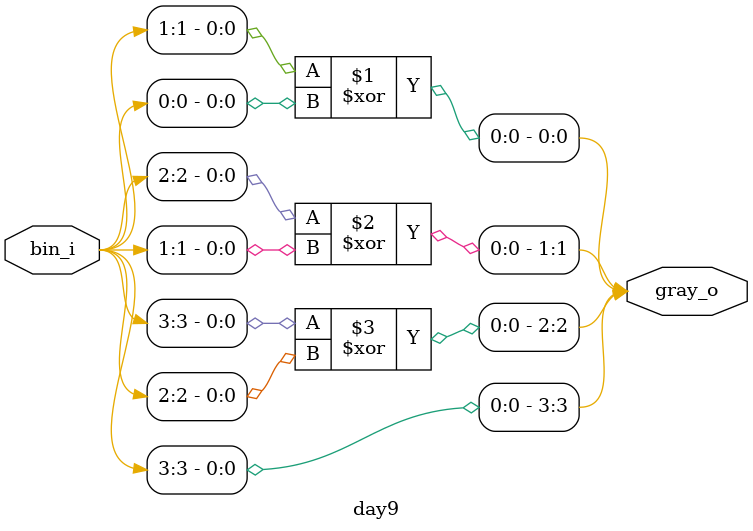
<source format=sv>
module day9 #(
  parameter VEC_W = 4
)(
  input     wire[VEC_W-1:0] bin_i,
  output    wire[VEC_W-1:0] gray_o

);

 // Generate the Gray code from the binary input
  assign gray_o[VEC_W-1] = bin_i[VEC_W-1];                // MSB remains the same
  generate
    genvar i;
    for (i = 0; i < VEC_W-1; i = i + 1) begin : gen_gray
      assign gray_o[i] = bin_i[i+1] ^ bin_i[i];            // XOR for each bit
    end
  endgenerate

endmodule

</source>
